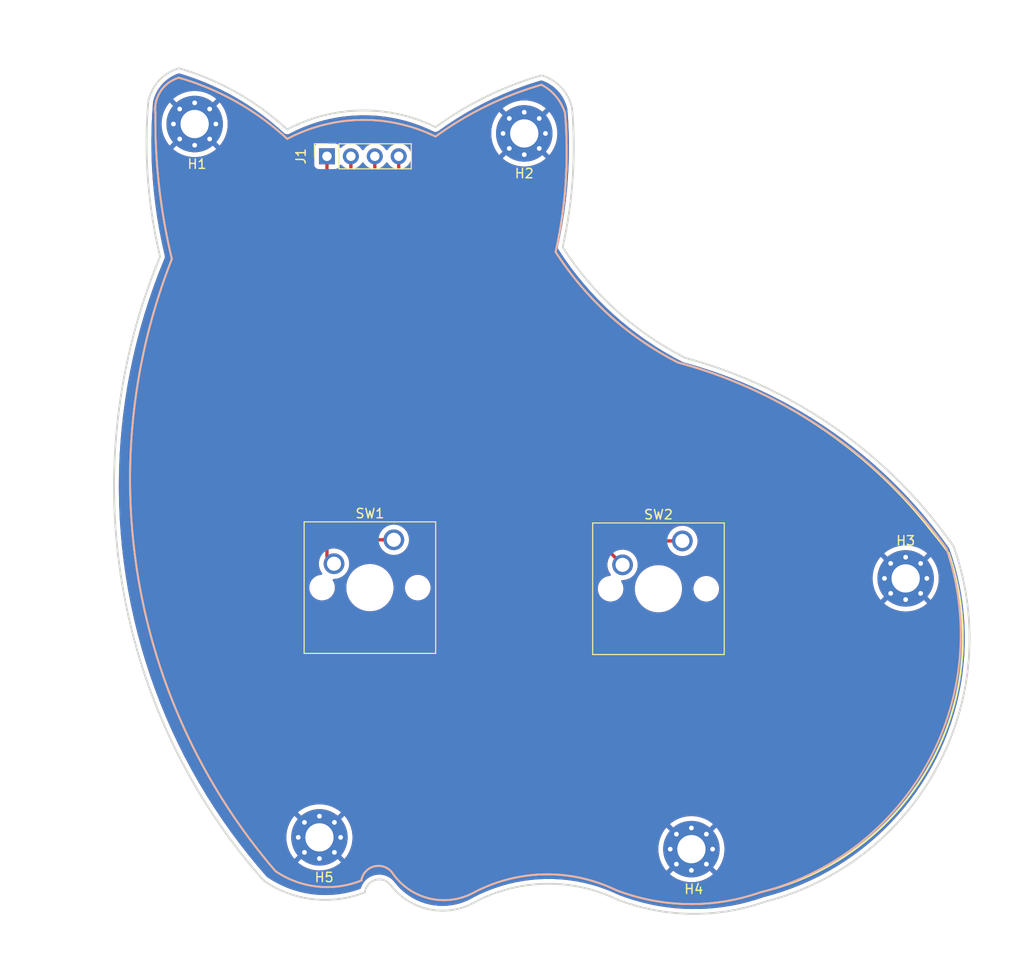
<source format=kicad_pcb>
(kicad_pcb (version 20211014) (generator pcbnew)
  (layers (0 "F.Cu" mixed) (1 "In1.Cu" signal) (2 "In2.Cu" signal) (31 "B.Cu" power) (34 "B.Paste" user) (35 "F.Paste" user) (36 "B.SilkS" user "B.Silkscreen") (37 "F.SilkS" user "F.Silkscreen") (38 "B.Mask" user) (39 "F.Mask" user) (44 "Edge.Cuts" user))
  (net 0 "")
  (net 1 "GND")
  (net 2 "Net-(SW1-Pad1)")
  (net 3 "Net-(J1-Pad1)")
  (net 4 "Net-(J1-Pad3)")
  (net 5 "Net-(J1-Pad4)")
  (footprint "MountingHole:MountingHole_3mm_Pad_Via" (layer "F.Cu") (at 146.25 57.25)
    (fp_text reference "H2" (at 0 4.25) (layer "F.SilkS"))
    (fp_text value "MountingHole_Pad")
    (pad "1" thru_hole circle (at 1.59099 1.59099) (size 0.8 0.8) (drill 0.5) (layers *.Cu *.Mask) (net 1 "GND"))
    (pad "1" thru_hole circle (at 2.25 0) (size 0.8 0.8) (drill 0.5) (layers *.Cu *.Mask) (net 1 "GND"))
    (pad "1" thru_hole circle (at -1.59099 -1.59099) (size 0.8 0.8) (drill 0.5) (layers *.Cu *.Mask) (net 1 "GND"))
    (pad "1" thru_hole circle (at -1.59099 1.59099) (size 0.8 0.8) (drill 0.5) (layers *.Cu *.Mask) (net 1 "GND"))
    (pad "1" thru_hole circle (at 0 -2.25) (size 0.8 0.8) (drill 0.5) (layers *.Cu *.Mask) (net 1 "GND"))
    (pad "1" thru_hole circle (at 0 2.25) (size 0.8 0.8) (drill 0.5) (layers *.Cu *.Mask) (net 1 "GND"))
    (pad "1" thru_hole circle (at 1.59099 -1.59099) (size 0.8 0.8) (drill 0.5) (layers *.Cu *.Mask) (net 1 "GND"))
    (pad "1" thru_hole circle (at 0 0) (size 6 6) (drill 3) (layers *.Cu *.Mask) (net 1 "GND"))
    (pad "1" thru_hole circle (at -2.25 0) (size 0.8 0.8) (drill 0.5) (layers *.Cu *.Mask) (net 1 "GND"))
  )
  (footprint "Button_Switch_Keyboard:SW_Cherry_MX_1.00u_PCB" (layer "F.Cu") (at 163.04 100.52)
    (fp_text reference "SW2" (at -2.54 -2.794) (layer "F.SilkS"))
    (fp_text value "SW_Push")
    (fp_line (start 4.445 -1.905) (end 4.445 12.065) (layer "F.SilkS") (width 0.12))
    (fp_line (start 4.445 12.065) (end -9.525 12.065) (layer "F.SilkS") (width 0.12))
    (fp_line (start -9.525 -1.905) (end 4.445 -1.905) (layer "F.SilkS") (width 0.12))
    (fp_line (start -9.525 12.065) (end -9.525 -1.905) (layer "F.SilkS") (width 0.12))
    (pad "" np_thru_hole circle (at -2.54 5.08) (size 4 4) (drill 4) (layers *.Cu *.Mask))
    (pad "" np_thru_hole circle (at 2.54 5.08) (size 1.7 1.7) (drill 1.7) (layers *.Cu *.Mask))
    (pad "" np_thru_hole circle (at -7.62 5.08) (size 1.7 1.7) (drill 1.7) (layers *.Cu *.Mask))
    (pad "1" thru_hole circle (at 0 0) (size 2.2 2.2) (drill 1.5) (layers *.Cu *.Mask) (net 5 "Net-(J1-Pad4)"))
    (pad "2" thru_hole circle (at -6.35 2.54) (size 2.2 2.2) (drill 1.5) (layers *.Cu *.Mask) (net 4 "Net-(J1-Pad3)"))
  )
  (footprint "MountingHole:MountingHole_3mm_Pad_Via" (layer "F.Cu") (at 111.25 56.25)
    (fp_text reference "H1" (at 0.25 4.25) (layer "F.SilkS"))
    (fp_text value "MountingHole_Pad")
    (pad "1" thru_hole circle (at -1.59099 -1.59099) (size 0.8 0.8) (drill 0.5) (layers *.Cu *.Mask) (net 1 "GND"))
    (pad "1" thru_hole circle (at -1.59099 1.59099) (size 0.8 0.8) (drill 0.5) (layers *.Cu *.Mask) (net 1 "GND"))
    (pad "1" thru_hole circle (at 0 -2.25) (size 0.8 0.8) (drill 0.5) (layers *.Cu *.Mask) (net 1 "GND"))
    (pad "1" thru_hole circle (at 1.59099 -1.59099) (size 0.8 0.8) (drill 0.5) (layers *.Cu *.Mask) (net 1 "GND"))
    (pad "1" thru_hole circle (at 0 2.25) (size 0.8 0.8) (drill 0.5) (layers *.Cu *.Mask) (net 1 "GND"))
    (pad "1" thru_hole circle (at 0 0) (size 6 6) (drill 3) (layers *.Cu *.Mask) (net 1 "GND"))
    (pad "1" thru_hole circle (at 1.59099 1.59099) (size 0.8 0.8) (drill 0.5) (layers *.Cu *.Mask) (net 1 "GND"))
    (pad "1" thru_hole circle (at 2.25 0) (size 0.8 0.8) (drill 0.5) (layers *.Cu *.Mask) (net 1 "GND"))
    (pad "1" thru_hole circle (at -2.25 0) (size 0.8 0.8) (drill 0.5) (layers *.Cu *.Mask) (net 1 "GND"))
  )
  (footprint "Connector_PinSocket_2.54mm:PinSocket_1x04_P2.54mm_Vertical" (layer "F.Cu") (at 125.3 59.675 90)
    (fp_text reference "J1" (at 0 -2.77 90) (layer "F.SilkS"))
    (fp_text value "Conn_01x04")
    (fp_line (start 0 -1.33) (end 1.33 -1.33) (layer "F.SilkS") (width 0.12))
    (fp_line (start 1.33 1.27) (end 1.33 8.95) (layer "F.SilkS") (width 0.12))
    (fp_line (start 1.33 -1.33) (end 1.33 0) (layer "F.SilkS") (width 0.12))
    (fp_line (start -1.33 1.27) (end -1.33 8.95) (layer "F.SilkS") (width 0.12))
    (fp_line (start -1.33 1.27) (end 1.33 1.27) (layer "F.SilkS") (width 0.12))
    (fp_line (start -1.33 8.95) (end 1.33 8.95) (layer "F.SilkS") (width 0.12))
    (pad "1" thru_hole rect (at 0 0 90) (size 1.7 1.7) (drill 1) (layers *.Cu *.Mask) (net 3 "Net-(J1-Pad1)"))
    (pad "2" thru_hole oval (at 0 2.54 90) (size 1.7 1.7) (drill 1) (layers *.Cu *.Mask) (net 2 "Net-(SW1-Pad1)"))
    (pad "3" thru_hole oval (at 0 5.08 90) (size 1.7 1.7) (drill 1) (layers *.Cu *.Mask) (net 4 "Net-(J1-Pad3)"))
    (pad "4" thru_hole oval (at 0 7.62 90) (size 1.7 1.7) (drill 1) (layers *.Cu *.Mask) (net 5 "Net-(J1-Pad4)"))
  )
  (footprint "Button_Switch_Keyboard:SW_Cherry_MX_1.00u_PCB" (layer "F.Cu") (at 132.4 100.4)
    (fp_text reference "SW1" (at -2.54 -2.794) (layer "F.SilkS"))
    (fp_text value "SW_Push")
    (fp_line (start -9.525 -1.905) (end 4.445 -1.905) (layer "F.SilkS") (width 0.12))
    (fp_line (start -9.525 12.065) (end -9.525 -1.905) (layer "F.SilkS") (width 0.12))
    (fp_line (start 4.445 -1.905) (end 4.445 12.065) (layer "F.SilkS") (width 0.12))
    (fp_line (start 4.445 12.065) (end -9.525 12.065) (layer "F.SilkS") (width 0.12))
    (pad "" np_thru_hole circle (at 2.54 5.08) (size 1.7 1.7) (drill 1.7) (layers *.Cu *.Mask))
    (pad "" np_thru_hole circle (at -7.62 5.08) (size 1.7 1.7) (drill 1.7) (layers *.Cu *.Mask))
    (pad "" np_thru_hole circle (at -2.54 5.08) (size 4 4) (drill 4) (layers *.Cu *.Mask))
    (pad "1" thru_hole circle (at 0 0) (size 2.2 2.2) (drill 1.5) (layers *.Cu *.Mask) (net 2 "Net-(SW1-Pad1)"))
    (pad "2" thru_hole circle (at -6.35 2.54) (size 2.2 2.2) (drill 1.5) (layers *.Cu *.Mask) (net 3 "Net-(J1-Pad1)"))
  )
  (footprint "MountingHole:MountingHole_3mm_Pad_Via" (layer "F.Cu") (at 164 133.25)
    (fp_text reference "H4" (at 0.25 4.25) (layer "F.SilkS"))
    (fp_text value "MountingHole_Pad")
    (pad "1" thru_hole circle (at 0 -2.25) (size 0.8 0.8) (drill 0.5) (layers *.Cu *.Mask) (net 1 "GND"))
    (pad "1" thru_hole circle (at -2.25 0) (size 0.8 0.8) (drill 0.5) (layers *.Cu *.Mask) (net 1 "GND"))
    (pad "1" thru_hole circle (at -1.59099 -1.59099) (size 0.8 0.8) (drill 0.5) (layers *.Cu *.Mask) (net 1 "GND"))
    (pad "1" thru_hole circle (at 0 2.25) (size 0.8 0.8) (drill 0.5) (layers *.Cu *.Mask) (net 1 "GND"))
    (pad "1" thru_hole circle (at 0 0) (size 6 6) (drill 3) (layers *.Cu *.Mask) (net 1 "GND"))
    (pad "1" thru_hole circle (at -1.59099 1.59099) (size 0.8 0.8) (drill 0.5) (layers *.Cu *.Mask) (net 1 "GND"))
    (pad "1" thru_hole circle (at 1.59099 1.59099) (size 0.8 0.8) (drill 0.5) (layers *.Cu *.Mask) (net 1 "GND"))
    (pad "1" thru_hole circle (at 1.59099 -1.59099) (size 0.8 0.8) (drill 0.5) (layers *.Cu *.Mask) (net 1 "GND"))
    (pad "1" thru_hole circle (at 2.25 0) (size 0.8 0.8) (drill 0.5) (layers *.Cu *.Mask) (net 1 "GND"))
  )
  (footprint "MountingHole:MountingHole_3mm_Pad_Via" (layer "F.Cu") (at 124.5 132)
    (fp_text reference "H5" (at 0.5 4.25) (layer "F.SilkS"))
    (fp_text value "MountingHole_Pad")
    (pad "1" thru_hole circle (at 1.59099 1.59099) (size 0.8 0.8) (drill 0.5) (layers *.Cu *.Mask) (net 1 "GND"))
    (pad "1" thru_hole circle (at 1.59099 -1.59099) (size 0.8 0.8) (drill 0.5) (layers *.Cu *.Mask) (net 1 "GND"))
    (pad "1" thru_hole circle (at 2.25 0) (size 0.8 0.8) (drill 0.5) (layers *.Cu *.Mask) (net 1 "GND"))
    (pad "1" thru_hole circle (at -1.59099 1.59099) (size 0.8 0.8) (drill 0.5) (layers *.Cu *.Mask) (net 1 "GND"))
    (pad "1" thru_hole circle (at 0 2.25) (size 0.8 0.8) (drill 0.5) (layers *.Cu *.Mask) (net 1 "GND"))
    (pad "1" thru_hole circle (at 0 0) (size 6 6) (drill 3) (layers *.Cu *.Mask) (net 1 "GND"))
    (pad "1" thru_hole circle (at 0 -2.25) (size 0.8 0.8) (drill 0.5) (layers *.Cu *.Mask) (net 1 "GND"))
    (pad "1" thru_hole circle (at -1.59099 -1.59099) (size 0.8 0.8) (drill 0.5) (layers *.Cu *.Mask) (net 1 "GND"))
    (pad "1" thru_hole circle (at -2.25 0) (size 0.8 0.8) (drill 0.5) (layers *.Cu *.Mask) (net 1 "GND"))
  )
  (footprint "MountingHole:MountingHole_3mm_Pad_Via" (layer "F.Cu") (at 186.75 104.5)
    (fp_text reference "H3" (at 0 -4) (layer "F.SilkS"))
    (fp_text value "MountingHole_Pad")
    (pad "1" thru_hole circle (at 2.25 0) (size 0.8 0.8) (drill 0.5) (layers *.Cu *.Mask) (net 1 "GND"))
    (pad "1" thru_hole circle (at -2.25 0) (size 0.8 0.8) (drill 0.5) (layers *.Cu *.Mask) (net 1 "GND"))
    (pad "1" thru_hole circle (at 0 2.25) (size 0.8 0.8) (drill 0.5) (layers *.Cu *.Mask) (net 1 "GND"))
    (pad "1" thru_hole circle (at 0 -2.25) (size 0.8 0.8) (drill 0.5) (layers *.Cu *.Mask) (net 1 "GND"))
    (pad "1" thru_hole circle (at 1.59099 -1.59099) (size 0.8 0.8) (drill 0.5) (layers *.Cu *.Mask) (net 1 "GND"))
    (pad "1" thru_hole circle (at 1.59099 1.59099) (size 0.8 0.8) (drill 0.5) (layers *.Cu *.Mask) (net 1 "GND"))
    (pad "1" thru_hole circle (at -1.59099 -1.59099) (size 0.8 0.8) (drill 0.5) (layers *.Cu *.Mask) (net 1 "GND"))
    (pad "1" thru_hole circle (at 0 0) (size 6 6) (drill 3) (layers *.Cu *.Mask) (net 1 "GND"))
    (pad "1" thru_hole circle (at -1.59099 1.59099) (size 0.8 0.8) (drill 0.5) (layers *.Cu *.Mask) (net 1 "GND"))
  )
  (gr_arc (start 107.080001 55.079998) (mid 107.645541 52.748691) (end 109.580001 51.329998) (layer "B.SilkS") (width 0.2))
  (gr_arc (start 128.949206 136.579998) (mid 124.264342 137.222284) (end 119.830001 135.579998) (layer "B.SilkS") (width 0.2))
  (gr_arc (start 171.330001 137.829998) (mid 163.617221 139.082011) (end 155.949206 137.579998) (layer "B.SilkS") (width 0.2))
  (gr_arc (start 162.580001 81.579998) (mid 155.300092 76.567876) (end 149.580001 69.829998) (layer "B.SilkS") (width 0.2))
  (gr_arc (start 140.949206 137.829998) (mid 136.269837 138.506756) (end 132.330001 135.892912) (layer "B.SilkS") (width 0.2))
  (gr_arc (start 191.08 101.33) (mid 189.19248 123.901991) (end 171.330001 137.829998) (layer "B.SilkS") (width 0.2))
  (gr_arc (start 148.080001 52.079998) (mid 149.629697 53.330252) (end 150.580001 55.079998) (layer "B.SilkS") (width 0.2))
  (gr_arc (start 140.949206 137.829998) (mid 148.419589 135.927987) (end 155.949206 137.579998) (layer "B.SilkS") (width 0.2))
  (gr_arc (start 109.580001 51.329998) (mid 115.710448 53.9069) (end 121.080001 57.829998) (layer "B.SilkS") (width 0.2))
  (gr_arc (start 119.830001 135.579998) (mid 105.286226 104.610483) (end 108.830001 70.579998) (layer "B.SilkS") (width 0.2))
  (gr_arc (start 150.580001 55.079998) (mid 150.64252 62.493135) (end 149.580001 69.829998) (layer "B.SilkS") (width 0.2))
  (gr_arc (start 136.830001 57.579998) (mid 142.21608 54.341297) (end 148.080001 52.079998) (layer "B.SilkS") (width 0.2))
  (gr_arc (start 121.080001 57.829998) (mid 128.92496 55.812414) (end 136.830001 57.579998) (layer "B.SilkS") (width 0.2))
  (gr_arc (start 162.580001 81.579998) (mid 178.5379 88.990435) (end 191.08 101.33) (layer "B.SilkS") (width 0.2))
  (gr_arc (start 108.830001 70.579998) (mid 107.476376 62.884036) (end 107.080001 55.079998) (layer "B.SilkS") (width 0.2))
  (gr_arc (start 128.949206 136.579998) (mid 130.400678 135.060824) (end 132.330001 135.892912) (layer "B.SilkS") (width 0.2))
  (gr_arc (start 107.08 55.08) (mid 107.645547 52.748682) (end 109.58 51.33) (layer "F.SilkS") (width 0.2))
  (gr_arc (start 189.58 99.58) (mid 190.477501 100.687499) (end 191.33 101.83) (layer "F.SilkS") (width 0.2))
  (gr_arc (start 191.33 101.83) (mid 189.327577 124.273098) (end 171.33 137.83) (layer "F.SilkS") (width 0.2))
  (gr_arc (start 121.08 57.83) (mid 128.924955 55.812416) (end 136.83 57.58) (layer "F.SilkS") (width 0.2))
  (gr_arc (start 162.58 81.58) (mid 177.553282 88.370077) (end 189.58 99.58) (layer "F.SilkS") (width 0.2))
  (gr_arc (start 136.83 57.58) (mid 142.216079 54.341299) (end 148.08 52.08) (layer "F.SilkS") (width 0.2))
  (gr_arc (start 140.949205 137.83) (mid 136.269842 138.506758) (end 132.33 135.892914) (layer "F.SilkS") (width 0.2))
  (gr_arc (start 109.58 51.33) (mid 115.710446 53.906901) (end 121.08 57.83) (layer "F.SilkS") (width 0.2))
  (gr_arc (start 140.949205 137.83) (mid 148.41959 135.927989) (end 155.949205 137.58) (layer "F.SilkS") (width 0.2))
  (gr_arc (start 108.83 70.58) (mid 107.476375 62.884039) (end 107.08 55.08) (layer "F.SilkS") (width 0.2))
  (gr_arc (start 128.949205 136.58) (mid 124.264344 137.222286) (end 119.83 135.58) (layer "F.SilkS") (width 0.2))
  (gr_arc (start 148.08 52.08) (mid 149.629693 53.330251) (end 150.58 55.08) (layer "F.SilkS") (width 0.2))
  (gr_arc (start 162.58 81.58) (mid 155.300092 76.567879) (end 149.58 69.83) (layer "F.SilkS") (width 0.2))
  (gr_arc (start 150.58 55.08) (mid 150.642519 62.493137) (end 149.58 69.83) (layer "F.SilkS") (width 0.2))
  (gr_arc (start 128.949205 136.58) (mid 130.400665 135.060829) (end 132.33 135.892914) (layer "F.SilkS") (width 0.2))
  (gr_arc (start 119.83 135.58) (mid 105.286225 104.610486) (end 108.83 70.58) (layer "F.SilkS") (width 0.2))
  (gr_arc (start 171.33 137.83) (mid 163.617223 139.082013) (end 155.949205 137.58) (layer "F.SilkS") (width 0.2))
  (gr_arc (start 141.08 138.83) (mid 136.248686 139.65885) (end 132.08 137.08) (layer "Edge.Cuts") (width 0.2))
  (gr_arc (start 163.33 81.08) (mid 179.339929 88.572098) (end 191.83 101.08) (layer "Edge.Cuts") (width 0.2))
  (gr_arc (start 107.58 70.33) (mid 106.292866 62.130162) (end 106.33 53.83) (layer "Edge.Cuts") (width 0.2))
  (gr_arc (start 141.08 138.83) (mid 148.550385 136.927998) (end 156.08 138.58) (layer "Edge.Cuts") (width 0.2))
  (gr_arc (start 136.83 56.58) (mid 142.216078 53.341297) (end 148.08 51.08) (layer "Edge.Cuts") (width 0.2))
  (gr_arc (start 121.08 56.83) (mid 128.924955 54.812404) (end 136.83 56.58) (layer "Edge.Cuts") (width 0.2))
  (gr_arc (start 151.33 54.58) (mid 151.392519 61.993137) (end 150.33 69.33) (layer "Edge.Cuts") (width 0.2))
  (gr_arc (start 109.58 50.33) (mid 115.710451 52.906897) (end 121.08 56.83) (layer "Edge.Cuts") (width 0.2))
  (gr_arc (start 106.33 53.83) (mid 107.471025 51.630595) (end 109.58 50.33) (layer "Edge.Cuts") (width 0.2))
  (gr_arc (start 163.33 81.08) (mid 156.050087 76.067884) (end 150.33 69.33) (layer "Edge.Cuts") (width 0.2))
  (gr_arc (start 129.33 137.83) (mid 130.449211 136.517043) (end 132.08 137.08) (layer "Edge.Cuts") (width 0.2))
  (gr_arc (start 171.83 138.83) (mid 163.932596 140.116631) (end 156.08 138.58) (layer "Edge.Cuts") (width 0.2))
  (gr_arc (start 148.08 51.08) (mid 150.188979 52.380592) (end 151.33 54.58) (layer "Edge.Cuts") (width 0.2))
  (gr_arc (start 129.33 137.83) (mid 123.797557 138.559022) (end 118.58 136.58) (layer "Edge.Cuts") (width 0.2))
  (gr_arc (start 118.58 136.58) (mid 103.544182 105.038306) (end 107.58 70.33) (layer "Edge.Cuts") (width 0.2))
  (gr_arc (start 191.83 101.08) (mid 190.17768 124.377611) (end 171.83 138.83) (layer "Edge.Cuts") (width 0.2))
  (segment (start 128.9 100.4) (end 132.4 100.4) (width 0.35) (layer "F.Cu") (net 2))
  (segment (start 127.84 99.34) (end 128.9 100.4) (width 0.35) (layer "F.Cu") (net 2))
  (segment (start 127.84 59.675) (end 127.84 99.34) (width 0.35) (layer "F.Cu") (net 2))
  (segment (start 125.3 102.19) (end 126.05 102.94) (width 0.35) (layer "F.Cu") (net 3))
  (segment (start 125.3 59.675) (end 125.3 102.19) (width 0.35) (layer "F.Cu") (net 3))
  (segment (start 130.38 76.75) (end 156.69 103.06) (width 0.35) (layer "F.Cu") (net 4))
  (segment (start 130.38 59.675) (end 130.38 76.75) (width 0.35) (layer "F.Cu") (net 4))
  (segment (start 132.92 59.675) (end 132.92 76.62) (width 0.35) (layer "F.Cu") (net 5))
  (segment (start 132.92 76.62) (end 156.82 100.52) (width 0.35) (layer "F.Cu") (net 5))
  (segment (start 156.82 100.52) (end 163.04 100.52) (width 0.35) (layer "F.Cu") (net 5))
  (zone (net 1) (net_name "GND") (layers "F.Cu" "In1.Cu" "In2.Cu" "B.Cu") (connect_pads (clearance 0.508)) (min_thickness 0.254) (fill yes (thermal_gap 0.508) (thermal_bridge_width 0.508))
    (polygon (pts (xy 199.33 146.08) (xy 90.58 146.08) (xy 90.58 43.08) (xy 199.33 43.08)))
  )
)
</source>
